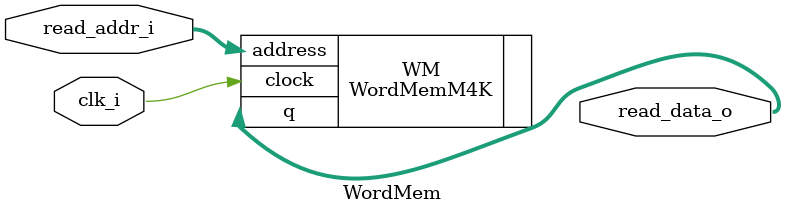
<source format=v>
module WordMem(
	input clk_i,
	input [9:0] read_addr_i,
	output [7:0] read_data_o);
	
	WordMemM4K WM(
		.address(read_addr_i),
		.clock(clk_i),
		.q(read_data_o));
	
endmodule

</source>
